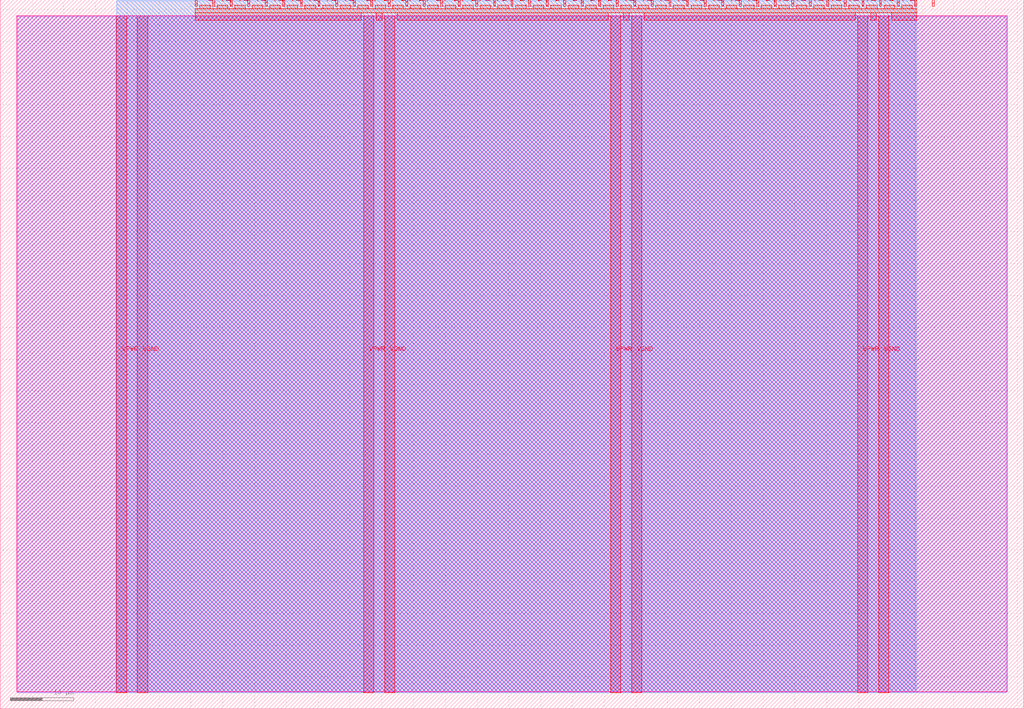
<source format=lef>
VERSION 5.7 ;
  NOWIREEXTENSIONATPIN ON ;
  DIVIDERCHAR "/" ;
  BUSBITCHARS "[]" ;
MACRO tt_um_wokwi_446363791233731585
  CLASS BLOCK ;
  FOREIGN tt_um_wokwi_446363791233731585 ;
  ORIGIN 0.000 0.000 ;
  SIZE 161.000 BY 111.520 ;
  PIN VGND
    DIRECTION INOUT ;
    USE GROUND ;
    PORT
      LAYER met4 ;
        RECT 21.580 2.480 23.180 109.040 ;
    END
    PORT
      LAYER met4 ;
        RECT 60.450 2.480 62.050 109.040 ;
    END
    PORT
      LAYER met4 ;
        RECT 99.320 2.480 100.920 109.040 ;
    END
    PORT
      LAYER met4 ;
        RECT 138.190 2.480 139.790 109.040 ;
    END
  END VGND
  PIN VPWR
    DIRECTION INOUT ;
    USE POWER ;
    PORT
      LAYER met4 ;
        RECT 18.280 2.480 19.880 109.040 ;
    END
    PORT
      LAYER met4 ;
        RECT 57.150 2.480 58.750 109.040 ;
    END
    PORT
      LAYER met4 ;
        RECT 96.020 2.480 97.620 109.040 ;
    END
    PORT
      LAYER met4 ;
        RECT 134.890 2.480 136.490 109.040 ;
    END
  END VPWR
  PIN clk
    DIRECTION INPUT ;
    USE SIGNAL ;
    ANTENNAGATEAREA 0.159000 ;
    PORT
      LAYER met4 ;
        RECT 143.830 110.520 144.130 111.520 ;
    END
  END clk
  PIN ena
    DIRECTION INPUT ;
    USE SIGNAL ;
    PORT
      LAYER met4 ;
        RECT 146.590 110.520 146.890 111.520 ;
    END
  END ena
  PIN rst_n
    DIRECTION INPUT ;
    USE SIGNAL ;
    PORT
      LAYER met4 ;
        RECT 141.070 110.520 141.370 111.520 ;
    END
  END rst_n
  PIN ui_in[0]
    DIRECTION INPUT ;
    USE SIGNAL ;
    ANTENNAGATEAREA 0.196500 ;
    PORT
      LAYER met4 ;
        RECT 138.310 110.520 138.610 111.520 ;
    END
  END ui_in[0]
  PIN ui_in[1]
    DIRECTION INPUT ;
    USE SIGNAL ;
    PORT
      LAYER met4 ;
        RECT 135.550 110.520 135.850 111.520 ;
    END
  END ui_in[1]
  PIN ui_in[2]
    DIRECTION INPUT ;
    USE SIGNAL ;
    PORT
      LAYER met4 ;
        RECT 132.790 110.520 133.090 111.520 ;
    END
  END ui_in[2]
  PIN ui_in[3]
    DIRECTION INPUT ;
    USE SIGNAL ;
    PORT
      LAYER met4 ;
        RECT 130.030 110.520 130.330 111.520 ;
    END
  END ui_in[3]
  PIN ui_in[4]
    DIRECTION INPUT ;
    USE SIGNAL ;
    PORT
      LAYER met4 ;
        RECT 127.270 110.520 127.570 111.520 ;
    END
  END ui_in[4]
  PIN ui_in[5]
    DIRECTION INPUT ;
    USE SIGNAL ;
    PORT
      LAYER met4 ;
        RECT 124.510 110.520 124.810 111.520 ;
    END
  END ui_in[5]
  PIN ui_in[6]
    DIRECTION INPUT ;
    USE SIGNAL ;
    PORT
      LAYER met4 ;
        RECT 121.750 110.520 122.050 111.520 ;
    END
  END ui_in[6]
  PIN ui_in[7]
    DIRECTION INPUT ;
    USE SIGNAL ;
    PORT
      LAYER met4 ;
        RECT 118.990 110.520 119.290 111.520 ;
    END
  END ui_in[7]
  PIN uio_in[0]
    DIRECTION INPUT ;
    USE SIGNAL ;
    PORT
      LAYER met4 ;
        RECT 116.230 110.520 116.530 111.520 ;
    END
  END uio_in[0]
  PIN uio_in[1]
    DIRECTION INPUT ;
    USE SIGNAL ;
    PORT
      LAYER met4 ;
        RECT 113.470 110.520 113.770 111.520 ;
    END
  END uio_in[1]
  PIN uio_in[2]
    DIRECTION INPUT ;
    USE SIGNAL ;
    PORT
      LAYER met4 ;
        RECT 110.710 110.520 111.010 111.520 ;
    END
  END uio_in[2]
  PIN uio_in[3]
    DIRECTION INPUT ;
    USE SIGNAL ;
    PORT
      LAYER met4 ;
        RECT 107.950 110.520 108.250 111.520 ;
    END
  END uio_in[3]
  PIN uio_in[4]
    DIRECTION INPUT ;
    USE SIGNAL ;
    PORT
      LAYER met4 ;
        RECT 105.190 110.520 105.490 111.520 ;
    END
  END uio_in[4]
  PIN uio_in[5]
    DIRECTION INPUT ;
    USE SIGNAL ;
    PORT
      LAYER met4 ;
        RECT 102.430 110.520 102.730 111.520 ;
    END
  END uio_in[5]
  PIN uio_in[6]
    DIRECTION INPUT ;
    USE SIGNAL ;
    PORT
      LAYER met4 ;
        RECT 99.670 110.520 99.970 111.520 ;
    END
  END uio_in[6]
  PIN uio_in[7]
    DIRECTION INPUT ;
    USE SIGNAL ;
    PORT
      LAYER met4 ;
        RECT 96.910 110.520 97.210 111.520 ;
    END
  END uio_in[7]
  PIN uio_oe[0]
    DIRECTION OUTPUT ;
    USE SIGNAL ;
    PORT
      LAYER met4 ;
        RECT 49.990 110.520 50.290 111.520 ;
    END
  END uio_oe[0]
  PIN uio_oe[1]
    DIRECTION OUTPUT ;
    USE SIGNAL ;
    PORT
      LAYER met4 ;
        RECT 47.230 110.520 47.530 111.520 ;
    END
  END uio_oe[1]
  PIN uio_oe[2]
    DIRECTION OUTPUT ;
    USE SIGNAL ;
    PORT
      LAYER met4 ;
        RECT 44.470 110.520 44.770 111.520 ;
    END
  END uio_oe[2]
  PIN uio_oe[3]
    DIRECTION OUTPUT ;
    USE SIGNAL ;
    PORT
      LAYER met4 ;
        RECT 41.710 110.520 42.010 111.520 ;
    END
  END uio_oe[3]
  PIN uio_oe[4]
    DIRECTION OUTPUT ;
    USE SIGNAL ;
    PORT
      LAYER met4 ;
        RECT 38.950 110.520 39.250 111.520 ;
    END
  END uio_oe[4]
  PIN uio_oe[5]
    DIRECTION OUTPUT ;
    USE SIGNAL ;
    PORT
      LAYER met4 ;
        RECT 36.190 110.520 36.490 111.520 ;
    END
  END uio_oe[5]
  PIN uio_oe[6]
    DIRECTION OUTPUT ;
    USE SIGNAL ;
    PORT
      LAYER met4 ;
        RECT 33.430 110.520 33.730 111.520 ;
    END
  END uio_oe[6]
  PIN uio_oe[7]
    DIRECTION OUTPUT ;
    USE SIGNAL ;
    PORT
      LAYER met4 ;
        RECT 30.670 110.520 30.970 111.520 ;
    END
  END uio_oe[7]
  PIN uio_out[0]
    DIRECTION OUTPUT ;
    USE SIGNAL ;
    PORT
      LAYER met4 ;
        RECT 72.070 110.520 72.370 111.520 ;
    END
  END uio_out[0]
  PIN uio_out[1]
    DIRECTION OUTPUT ;
    USE SIGNAL ;
    PORT
      LAYER met4 ;
        RECT 69.310 110.520 69.610 111.520 ;
    END
  END uio_out[1]
  PIN uio_out[2]
    DIRECTION OUTPUT ;
    USE SIGNAL ;
    PORT
      LAYER met4 ;
        RECT 66.550 110.520 66.850 111.520 ;
    END
  END uio_out[2]
  PIN uio_out[3]
    DIRECTION OUTPUT ;
    USE SIGNAL ;
    PORT
      LAYER met4 ;
        RECT 63.790 110.520 64.090 111.520 ;
    END
  END uio_out[3]
  PIN uio_out[4]
    DIRECTION OUTPUT ;
    USE SIGNAL ;
    PORT
      LAYER met4 ;
        RECT 61.030 110.520 61.330 111.520 ;
    END
  END uio_out[4]
  PIN uio_out[5]
    DIRECTION OUTPUT ;
    USE SIGNAL ;
    PORT
      LAYER met4 ;
        RECT 58.270 110.520 58.570 111.520 ;
    END
  END uio_out[5]
  PIN uio_out[6]
    DIRECTION OUTPUT ;
    USE SIGNAL ;
    PORT
      LAYER met4 ;
        RECT 55.510 110.520 55.810 111.520 ;
    END
  END uio_out[6]
  PIN uio_out[7]
    DIRECTION OUTPUT ;
    USE SIGNAL ;
    PORT
      LAYER met4 ;
        RECT 52.750 110.520 53.050 111.520 ;
    END
  END uio_out[7]
  PIN uo_out[0]
    DIRECTION OUTPUT ;
    USE SIGNAL ;
    ANTENNADIFFAREA 0.795200 ;
    PORT
      LAYER met4 ;
        RECT 94.150 110.520 94.450 111.520 ;
    END
  END uo_out[0]
  PIN uo_out[1]
    DIRECTION OUTPUT ;
    USE SIGNAL ;
    PORT
      LAYER met4 ;
        RECT 91.390 110.520 91.690 111.520 ;
    END
  END uo_out[1]
  PIN uo_out[2]
    DIRECTION OUTPUT ;
    USE SIGNAL ;
    PORT
      LAYER met4 ;
        RECT 88.630 110.520 88.930 111.520 ;
    END
  END uo_out[2]
  PIN uo_out[3]
    DIRECTION OUTPUT ;
    USE SIGNAL ;
    PORT
      LAYER met4 ;
        RECT 85.870 110.520 86.170 111.520 ;
    END
  END uo_out[3]
  PIN uo_out[4]
    DIRECTION OUTPUT ;
    USE SIGNAL ;
    PORT
      LAYER met4 ;
        RECT 83.110 110.520 83.410 111.520 ;
    END
  END uo_out[4]
  PIN uo_out[5]
    DIRECTION OUTPUT ;
    USE SIGNAL ;
    PORT
      LAYER met4 ;
        RECT 80.350 110.520 80.650 111.520 ;
    END
  END uo_out[5]
  PIN uo_out[6]
    DIRECTION OUTPUT ;
    USE SIGNAL ;
    PORT
      LAYER met4 ;
        RECT 77.590 110.520 77.890 111.520 ;
    END
  END uo_out[6]
  PIN uo_out[7]
    DIRECTION OUTPUT ;
    USE SIGNAL ;
    PORT
      LAYER met4 ;
        RECT 74.830 110.520 75.130 111.520 ;
    END
  END uo_out[7]
  OBS
      LAYER nwell ;
        RECT 2.570 2.635 158.430 108.990 ;
      LAYER li1 ;
        RECT 2.760 2.635 158.240 108.885 ;
      LAYER met1 ;
        RECT 2.760 2.480 158.240 109.040 ;
      LAYER met2 ;
        RECT 18.310 2.535 143.890 111.365 ;
      LAYER met3 ;
        RECT 18.290 2.555 144.170 111.345 ;
      LAYER met4 ;
        RECT 31.370 110.120 33.030 110.665 ;
        RECT 34.130 110.120 35.790 110.665 ;
        RECT 36.890 110.120 38.550 110.665 ;
        RECT 39.650 110.120 41.310 110.665 ;
        RECT 42.410 110.120 44.070 110.665 ;
        RECT 45.170 110.120 46.830 110.665 ;
        RECT 47.930 110.120 49.590 110.665 ;
        RECT 50.690 110.120 52.350 110.665 ;
        RECT 53.450 110.120 55.110 110.665 ;
        RECT 56.210 110.120 57.870 110.665 ;
        RECT 58.970 110.120 60.630 110.665 ;
        RECT 61.730 110.120 63.390 110.665 ;
        RECT 64.490 110.120 66.150 110.665 ;
        RECT 67.250 110.120 68.910 110.665 ;
        RECT 70.010 110.120 71.670 110.665 ;
        RECT 72.770 110.120 74.430 110.665 ;
        RECT 75.530 110.120 77.190 110.665 ;
        RECT 78.290 110.120 79.950 110.665 ;
        RECT 81.050 110.120 82.710 110.665 ;
        RECT 83.810 110.120 85.470 110.665 ;
        RECT 86.570 110.120 88.230 110.665 ;
        RECT 89.330 110.120 90.990 110.665 ;
        RECT 92.090 110.120 93.750 110.665 ;
        RECT 94.850 110.120 96.510 110.665 ;
        RECT 97.610 110.120 99.270 110.665 ;
        RECT 100.370 110.120 102.030 110.665 ;
        RECT 103.130 110.120 104.790 110.665 ;
        RECT 105.890 110.120 107.550 110.665 ;
        RECT 108.650 110.120 110.310 110.665 ;
        RECT 111.410 110.120 113.070 110.665 ;
        RECT 114.170 110.120 115.830 110.665 ;
        RECT 116.930 110.120 118.590 110.665 ;
        RECT 119.690 110.120 121.350 110.665 ;
        RECT 122.450 110.120 124.110 110.665 ;
        RECT 125.210 110.120 126.870 110.665 ;
        RECT 127.970 110.120 129.630 110.665 ;
        RECT 130.730 110.120 132.390 110.665 ;
        RECT 133.490 110.120 135.150 110.665 ;
        RECT 136.250 110.120 137.910 110.665 ;
        RECT 139.010 110.120 140.670 110.665 ;
        RECT 141.770 110.120 143.430 110.665 ;
        RECT 30.655 109.440 144.145 110.120 ;
        RECT 30.655 108.295 56.750 109.440 ;
        RECT 59.150 108.295 60.050 109.440 ;
        RECT 62.450 108.295 95.620 109.440 ;
        RECT 98.020 108.295 98.920 109.440 ;
        RECT 101.320 108.295 134.490 109.440 ;
        RECT 136.890 108.295 137.790 109.440 ;
        RECT 140.190 108.295 144.145 109.440 ;
  END
END tt_um_wokwi_446363791233731585
END LIBRARY


</source>
